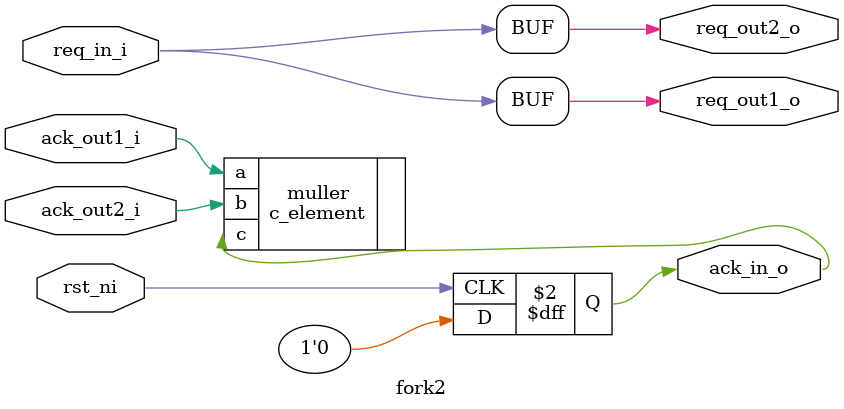
<source format=sv>
module fork2(
	input  logic rst_ni,

	input  logic ack_out1_i,
	input  logic ack_out2_i,
	input  logic req_in_i,

	output logic req_out1_o,
	output logic req_out2_o,
	output logic ack_in_o
);

	
	assign req_out1_o = req_in_i;
	assign req_out2_o = req_in_i;

	always_ff @(negedge(rst_ni)) begin
		/*
		req_out1_o <= 1'b0;
		req_out2_o <= 1'b0;
		*/
		ack_in_o <= 1'b0;
	end

	c_element muller(
	 .a(ack_out1_i),
	 .b(ack_out2_i),
	 .c(ack_in_o)
	);


endmodule


</source>
